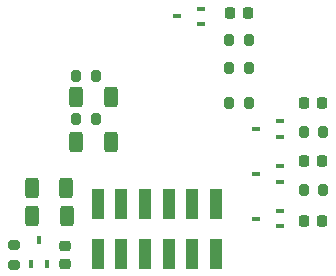
<source format=gbp>
G04 #@! TF.GenerationSoftware,KiCad,Pcbnew,(6.0.5)*
G04 #@! TF.CreationDate,2022-06-06T21:17:38+08:00*
G04 #@! TF.ProjectId,SX7H02060050-1,53583748-3032-4303-9630-3035302d312e,rev?*
G04 #@! TF.SameCoordinates,PX8af34a0PY598cce0*
G04 #@! TF.FileFunction,Paste,Bot*
G04 #@! TF.FilePolarity,Positive*
%FSLAX46Y46*%
G04 Gerber Fmt 4.6, Leading zero omitted, Abs format (unit mm)*
G04 Created by KiCad (PCBNEW (6.0.5)) date 2022-06-06 21:17:38*
%MOMM*%
%LPD*%
G01*
G04 APERTURE LIST*
G04 Aperture macros list*
%AMRoundRect*
0 Rectangle with rounded corners*
0 $1 Rounding radius*
0 $2 $3 $4 $5 $6 $7 $8 $9 X,Y pos of 4 corners*
0 Add a 4 corners polygon primitive as box body*
4,1,4,$2,$3,$4,$5,$6,$7,$8,$9,$2,$3,0*
0 Add four circle primitives for the rounded corners*
1,1,$1+$1,$2,$3*
1,1,$1+$1,$4,$5*
1,1,$1+$1,$6,$7*
1,1,$1+$1,$8,$9*
0 Add four rect primitives between the rounded corners*
20,1,$1+$1,$2,$3,$4,$5,0*
20,1,$1+$1,$4,$5,$6,$7,0*
20,1,$1+$1,$6,$7,$8,$9,0*
20,1,$1+$1,$8,$9,$2,$3,0*%
G04 Aperture macros list end*
%ADD10R,0.700000X0.450000*%
%ADD11RoundRect,0.225000X0.225000X0.250000X-0.225000X0.250000X-0.225000X-0.250000X0.225000X-0.250000X0*%
%ADD12RoundRect,0.250000X0.312500X0.625000X-0.312500X0.625000X-0.312500X-0.625000X0.312500X-0.625000X0*%
%ADD13RoundRect,0.200000X-0.200000X-0.275000X0.200000X-0.275000X0.200000X0.275000X-0.200000X0.275000X0*%
%ADD14R,1.000000X2.580000*%
%ADD15R,0.450000X0.700000*%
%ADD16RoundRect,0.200000X-0.275000X0.200000X-0.275000X-0.200000X0.275000X-0.200000X0.275000X0.200000X0*%
%ADD17RoundRect,0.225000X-0.250000X0.225000X-0.250000X-0.225000X0.250000X-0.225000X0.250000X0.225000X0*%
G04 APERTURE END LIST*
D10*
G04 #@! TO.C,Q204*
X9300000Y30250000D03*
X9300000Y28950000D03*
X7300000Y29600000D03*
G04 #@! TD*
D11*
G04 #@! TO.C,C209*
X13325000Y29900000D03*
X11775000Y29900000D03*
G04 #@! TD*
D12*
G04 #@! TO.C,R212*
X-2037500Y12725000D03*
X-4962500Y12725000D03*
G04 #@! TD*
G04 #@! TO.C,R210*
X-2062500Y15050000D03*
X-4987500Y15050000D03*
G04 #@! TD*
D13*
G04 #@! TO.C,R225*
X18025000Y14937500D03*
X19675000Y14937500D03*
G04 #@! TD*
G04 #@! TO.C,R216*
X18025000Y19812500D03*
X19675000Y19812500D03*
G04 #@! TD*
D14*
G04 #@! TO.C,J202*
X600000Y13685000D03*
X600000Y9515000D03*
X2600000Y13685000D03*
X2600000Y9515000D03*
X4600000Y13685000D03*
X4600000Y9515000D03*
X6600000Y13685000D03*
X6600000Y9515000D03*
X8600000Y13685000D03*
X8600000Y9515000D03*
X10600000Y13685000D03*
X10600000Y9515000D03*
G04 #@! TD*
D13*
G04 #@! TO.C,R214*
X-1237000Y20875000D03*
X413000Y20875000D03*
G04 #@! TD*
D10*
G04 #@! TO.C,Q205*
X16000000Y20700000D03*
X16000000Y19400000D03*
X14000000Y20050000D03*
G04 #@! TD*
D12*
G04 #@! TO.C,R209*
X1685500Y18970000D03*
X-1239500Y18970000D03*
G04 #@! TD*
D11*
G04 #@! TO.C,C208*
X19625000Y17375000D03*
X18075000Y17375000D03*
G04 #@! TD*
D10*
G04 #@! TO.C,Q201*
X16000000Y13125000D03*
X16000000Y11825000D03*
X14000000Y12475000D03*
G04 #@! TD*
D11*
G04 #@! TO.C,C206*
X19600000Y12239000D03*
X18050000Y12239000D03*
G04 #@! TD*
D10*
G04 #@! TO.C,Q203*
X16000000Y16912500D03*
X16000000Y15612500D03*
X14000000Y16262500D03*
G04 #@! TD*
D15*
G04 #@! TO.C,Q202*
X-3725000Y8625000D03*
X-5025000Y8625000D03*
X-4375000Y10625000D03*
G04 #@! TD*
D13*
G04 #@! TO.C,R215*
X11725000Y25233334D03*
X13375000Y25233334D03*
G04 #@! TD*
D11*
G04 #@! TO.C,C210*
X19625000Y22250000D03*
X18075000Y22250000D03*
G04 #@! TD*
D13*
G04 #@! TO.C,R213*
X-1237000Y24558000D03*
X413000Y24558000D03*
G04 #@! TD*
G04 #@! TO.C,R226*
X11725000Y27566667D03*
X13375000Y27566667D03*
G04 #@! TD*
D16*
G04 #@! TO.C,R218*
X-6525000Y10225000D03*
X-6525000Y8575000D03*
G04 #@! TD*
D13*
G04 #@! TO.C,R227*
X11725000Y22275000D03*
X13375000Y22275000D03*
G04 #@! TD*
D12*
G04 #@! TO.C,R208*
X1685500Y22780000D03*
X-1239500Y22780000D03*
G04 #@! TD*
D17*
G04 #@! TO.C,C207*
X-2175000Y10175000D03*
X-2175000Y8625000D03*
G04 #@! TD*
M02*

</source>
